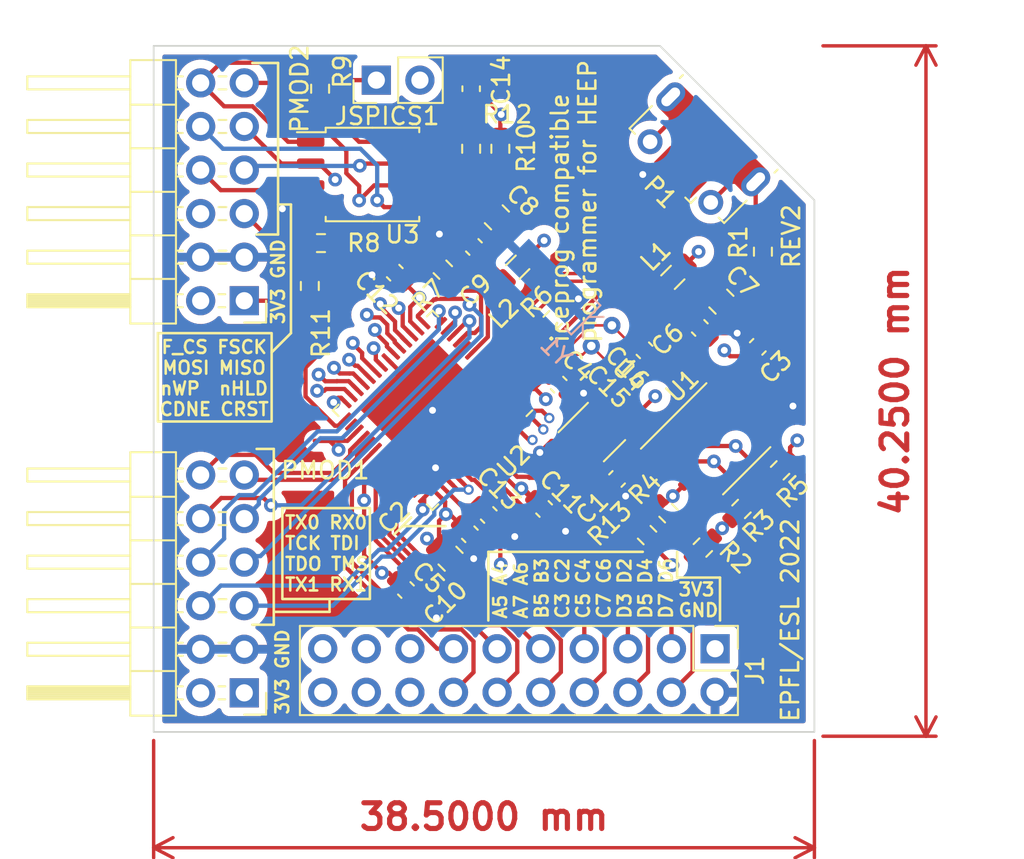
<source format=kicad_pcb>
(kicad_pcb (version 20211014) (generator pcbnew)
  (layers (0 "F.Cu" signal) (1 "In1.Cu" power) (2 "In2.Cu" signal) (31 "B.Cu" signal) (34 "B.Paste" user) (35 "F.Paste" user) (36 "B.SilkS" user "B.Silkscreen") (37 "F.SilkS" user "F.Silkscreen") (38 "B.Mask" user) (39 "F.Mask" user) (44 "Edge.Cuts" user))
  (net 0 "")
  (net 1 "/VCORE")
  (net 2 "GND")
  (net 3 "+3V3")
  (net 4 "Net-(C6-Pad1)")
  (net 5 "Net-(C8-Pad1)")
  (net 6 "/USB_5V")
  (net 7 "/A4")
  (net 8 "/A5")
  (net 9 "/A6")
  (net 10 "/A7")
  (net 11 "/B5")
  (net 12 "/C2")
  (net 13 "/C3")
  (net 14 "/C4")
  (net 15 "/C5")
  (net 16 "/C6")
  (net 17 "/C7")
  (net 18 "/D2")
  (net 19 "/D3")
  (net 20 "/D4")
  (net 21 "/D5")
  (net 22 "/D6")
  (net 23 "/D7")
  (net 24 "/FLASH_CS")
  (net 25 "/iCE_SS_B")
  (net 26 "Net-(P1-Pad6)")
  (net 28 "/TX0")
  (net 29 "/RX0")
  (net 30 "/TX1")
  (net 31 "/RX1")
  (net 32 "/TCK")
  (net 33 "/TDI")
  (net 34 "/TDO")
  (net 35 "/TMS")
  (net 36 "/FLASH_SCK")
  (net 37 "/FLASH_MOSI")
  (net 38 "/FLASH_MISO")
  (net 39 "/FLASH_nWP")
  (net 40 "/FLASH_nHLD_nRST")
  (net 41 "/iCE_CDONE")
  (net 42 "/iCE_CRESET")
  (net 43 "Net-(R2-Pad1)")
  (net 44 "/EECS")
  (net 45 "Net-(R6-Pad2)")
  (net 46 "Net-(R7-Pad1)")
  (net 47 "Net-(R8-Pad1)")
  (net 50 "/CK12MHZ")
  (net 51 "Net-(R13-Pad1)")
  (net 52 "/SPI_CS")
  (net 56 "/USB_D-")
  (net 57 "/USB_D+")
  (net 58 "/CK12MHZ_O")
  (net 59 "/EECLK")
  (net 60 "/EEDAT")
  (footprint "Resistor_SMD:R_0603_1608Metric" (layer "F.Cu") (at 94.5 77.5 -90)
    (fp_text reference "R12")
    (fp_text value "10k")
  )
  (footprint "Capacitor_SMD:C_0805_2012Metric" (layer "F.Cu") (at 96 81.5 135)
    (fp_text reference "C8")
    (fp_text value "4.7u")
  )
  (footprint "Capacitor_SMD:C_0805_2012Metric" (layer "F.Cu") (at 109.079729 86.412913 -45)
    (fp_text reference "C7")
    (fp_text value "4.7u")
  )
  (footprint "Resistor_SMD:R_0603_1608Metric" (layer "F.Cu") (at 111.5 83.5 -90)
    (fp_text reference "R1")
    (fp_text value "51k")
  )
  (footprint "Resistor_SMD:R_0603_1608Metric" (layer "F.Cu") (at 92.85 84.55 135)
    (fp_text reference "R7")
    (fp_text value "10k")
  )
  (footprint "Capacitor_SMD:C_0603_1608Metric" (layer "F.Cu") (at 94.5 74 90)
    (fp_text reference "C14")
    (fp_text value "100n")
  )
  (footprint "Package_DFN_QFN:QFN-56-1EP_8x8mm_P0.5mm_EP5.9x5.9mm" (layer "F.Cu") (at 92.25 92.75 -135)
    (fp_text reference "U2")
    (fp_text value "FT4232H-56Q")
  )
  (footprint "Capacitor_SMD:C_0603_1608Metric" (layer "F.Cu") (at 104.6 89.25 135)
    (fp_text reference "C16")
    (fp_text value "30p")
  )
  (footprint "Resistor_SMD:R_0603_1608Metric" (layer "F.Cu") (at 85.1 85.5 90)
    (fp_text reference "R11")
    (fp_text value "10k")
  )
  (footprint "Package_SO:SSOP-8_3.9x5.05mm_P1.27mm" (layer "F.Cu") (at 108.692498 94.409477 45)
    (fp_text reference "U1")
    (fp_text value "93C46B")
  )
  (footprint "Capacitor_SMD:C_0805_2012Metric" (layer "F.Cu") (at 93.3 101.4 -45)
    (fp_text reference "C5")
    (fp_text value "3.3u")
  )
  (footprint "Resistor_SMD:R_0603_1608Metric" (layer "F.Cu") (at 85.75 83 180)
    (fp_text reference "R8")
    (fp_text value "2k2")
  )
  (footprint "Connector_PinHeader_2.54mm:PinHeader_2x10_P2.54mm_Vertical" (layer "F.Cu") (at 108.712 106.648 -90)
    (fp_text reference "J1")
    (fp_text value "Conn_02x10_Odd_Even")
  )
  (footprint "Connector_PinHeader_2.54mm:PinHeader_1x02_P2.54mm_Vertical" (layer "F.Cu") (at 88.975 73.5 90)
    (fp_text reference "JSPICS1")
    (fp_text value "Conn_01x02")
  )
  (footprint "Capacitor_SMD:C_0603_1608Metric" (layer "F.Cu") (at 111.201992 89.048008 45)
    (fp_text reference "C3")
    (fp_text value "100n")
  )
  (footprint "Resistor_SMD:R_0603_1608Metric" (layer "F.Cu") (at 106 98.75 -45)
    (fp_text reference "R4")
    (fp_text value "2k2")
  )
  (footprint "Resistor_SMD:R_0603_1608Metric" (layer "F.Cu") (at 104.75 100.025 -45)
    (fp_text reference "R13")
    (fp_text value "10k")
  )
  (footprint "Capacitor_SMD:C_0603_1608Metric" (layer "F.Cu") (at 103.5 90.35 135)
    (fp_text reference "C15")
    (fp_text value "30p")
  )
  (footprint "Resistor_SMD:R_0603_1608Metric" (layer "F.Cu") (at 85.7 74 90)
    (fp_text reference "R9")
    (fp_text value "10k")
  )
  (footprint "Resistor_SMD:R_0603_1608Metric" (layer "F.Cu") (at 112.5 96.25 45)
    (fp_text reference "R5")
    (fp_text value "10k")
  )
  (footprint "Capacitor_SMD:C_0603_1608Metric" (layer "F.Cu") (at 98.75 98.5 -45)
    (fp_text reference "C11")
    (fp_text value "100n")
  )
  (footprint "Resistor_SMD:R_0603_1608Metric" (layer "F.Cu") (at 99.25 87.5 -135)
    (fp_text reference "R6")
    (fp_text value "12k 1%")
  )
  (footprint "Capacitor_SMD:C_0603_1608Metric" (layer "F.Cu") (at 94.425 99.975 -45)
    (fp_text reference "C2")
    (fp_text value "100n")
  )
  (footprint "Connector_PinHeader_2.54mm:PinHeader_2x06_P2.54mm_Horizontal" (layer "F.Cu") (at 81.28 109.22 180)
    (fp_text reference "PMOD1")
    (fp_text value "Conn_02x06_Odd_Even")
  )
  (footprint "Capacitor_SMD:C_0603_1608Metric" (layer "F.Cu") (at 90.7 103.225 -45)
    (fp_text reference "C10")
    (fp_text value "100n")
  )
  (footprint "Capacitor_SMD:C_0603_1608Metric" (layer "F.Cu") (at 95.525 98.85 -45)
    (fp_text reference "C13")
    (fp_text value "100n")
  )
  (footprint "Capacitor_SMD:C_0603_1608Metric" (layer "F.Cu") (at 90.05 84.725 135)
    (fp_text reference "C12")
    (fp_text value "100n")
  )
  (footprint "Resistor_SMD:R_0603_1608Metric" (layer "F.Cu") (at 96.2 77.5 -90)
    (fp_text reference "R10")
    (fp_text value "10k")
  )
  (footprint "Resistor_SMD:R_0603_1608Metric" (layer "F.Cu") (at 110.25 98.5 -135)
    (fp_text reference "R3")
    (fp_text value "10k")
  )
  (footprint "Capacitor_SMD:C_0603_1608Metric" (layer "F.Cu") (at 107.822589 87.943888 -45)
    (fp_text reference "C6")
    (fp_text value "100n")
  )
  (footprint "Package_SO:SOIC-8_5.23x5.23mm_P1.27mm" (layer "F.Cu") (at 88.75 79)
    (fp_text reference "U3")
    (fp_text value "W25Q")
  )
  (footprint "Capacitor_SMD:C_0603_1608Metric" (layer "F.Cu") (at 103 96.75 45)
    (fp_text reference "C1")
    (fp_text value "100n")
  )
  (footprint "Resistor_SMD:R_0603_1608Metric" (layer "F.Cu") (at 108 100.75 45)
    (fp_text reference "R2")
    (fp_text value "10k")
  )
  (footprint "Inductor_SMD:L_0805_2012Metric" (layer "F.Cu") (at 97.213909 84.403122 -135)
    (fp_text reference "L2")
    (fp_text value "600")
  )
  (footprint "Package_TO_SOT_SMD:TSOT-23-5_HandSoldering" (layer "F.Cu") (at 101.75 94 45)
    (fp_text reference "U4")
    (fp_text value "SIT2001BI-S2-33E-12.000000D")
  )
  (footprint "Connector_USB:USB_Micro-B_Molex-105017-0001" (layer "F.Cu") (at 107.728299 77.825685 135)
    (fp_text reference "P1")
    (fp_text value "USB Micro")
  )
  (footprint "Inductor_SMD:L_0805_2012Metric" (layer "F.Cu") (at 106.251301 84.998699 -135)
    (fp_text reference "L1")
    (fp_text value "600")
  )
  (footprint "Capacitor_SMD:C_0603_1608Metric" (layer "F.Cu") (at 94.661632 83.224746 135)
    (fp_text reference "C9")
    (fp_text value "100n")
  )
  (footprint "Connector_PinHeader_2.54mm:PinHeader_2x06_P2.54mm_Horizontal" (layer "F.Cu") (at 81.28 86.36 180)
    (fp_text reference "PMOD2")
    (fp_text value "Conn_02x06_Odd_Even")
  )
  (footprint "Capacitor_SMD:C_0603_1608Metric" (layer "F.Cu") (at 99.6 91.25 -45)
    (fp_text reference "C4")
    (fp_text value "100n")
  )
  (footprint "Crystal:Crystal_DS15_D1.5mm_L5.0mm_Horizontal_1EP_style1" (layer "B.Cu") (at 101.5 89 45)
    (fp_text reference "Y1")
    (fp_text value "Crystal_GND3")
  )
  (gr_line (start 86.25 104.5) (end 83 104.5) (layer "F.SilkS") (width 0.15))
  (gr_line (start 95.5 101) (end 95.5 105) (layer "F.SilkS") (width 0.15))
  (gr_line (start 104.5 101) (end 95.5 101) (layer "F.SilkS") (width 0.15))
  (gr_line (start 83.25 82.5) (end 83.25 72.5) (layer "F.SilkS") (width 0.15))
  (gr_rect (start 76.25 88.25) (end 82.875 93.4) (layer "F.SilkS") (width 0.15) (fill none))
  (gr_line (start 106.5 102.5) (end 106.5 101.5) (layer "F.SilkS") (width 0.15))
  (gr_line (start 84 80.75) (end 84 88.25) (layer "F.SilkS") (width 0.15))
  (gr_line (start 93 99.5) (end 90.5 99.5) (layer "F.SilkS") (width 0.15))
  (gr_line (start 83.25 80.75) (end 84 80.75) (layer "F.SilkS") (width 0.15))
  (gr_line (start 83.25 72.5) (end 81.75 72.5) (layer "F.SilkS") (width 0.15))
  (gr_line (start 106.5 101.5) (end 106.5 101) (layer "F.SilkS") (width 0.15))
  (gr_line (start 83 105.25) (end 81.75 105.25) (layer "F.SilkS") (width 0.15))
  (gr_line (start 82 82.5) (end 83.25 82.5) (layer "F.SilkS") (width 0.15))
  (gr_line (start 109 102.5) (end 106.5 102.5) (layer "F.SilkS") (width 0.15))
  (gr_line (start 82.875 89.375) (end 84 88.25) (layer "F.SilkS") (width 0.15))
  (gr_line (start 91 99) (end 90 100) (layer "F.SilkS") (width 0.15))
  (gr_line (start 83 95) (end 83 105.25) (layer "F.SilkS") (width 0.15))
  (gr_line (start 109 105) (end 109 102.5) (layer "F.SilkS") (width 0.15))
  (gr_line (start 86.25 103.75) (end 86.25 104.5) (layer "F.SilkS") (width 0.15))
  (gr_rect (start 83.5 98.45) (end 88.6 103.75) (layer "F.SilkS") (width 0.15) (fill none))
  (gr_line (start 82 95) (end 83 95) (layer "F.SilkS") (width 0.15))
  (gr_poly (pts (xy 114.5 80.5) (xy 114.5 111.5) (xy 76 111.5) (xy 76 71.5) (xy 105.5 71.5)) (layer "Edge.Cuts") (width 0.1) (fill none))
  (gr_text "iceprog compatible \nprogrammer for HEEP" (at 100.475 88.9 90) (layer "F.SilkS") (effects (font (size 1 1)) (justify left)))
  (gr_text "F_CS FSCK\nMOSI MISO\nnWP  nHLD\nCDNE CRST\n" (at 79.525 90.875) (layer "F.SilkS") (effects (font (size 0.75 0.75))))
  (gr_text "REV2" (at 113.15 82.6 90) (layer "F.SilkS") (effects (font (size 1 1))))
  (gr_text "EPFL/ESL 2022\n\n" (at 113.9 104.975 90) (layer "F.SilkS") (effects (font (size 1 1))))
  (gr_text "3V3\nGND " (at 106.5 103.8) (layer "F.SilkS") (effects (font (size 0.75 0.75)) (justify left)))
  (gr_text "3V3 GND" (at 83.5 108 90) (layer "F.SilkS") (effects (font (size 0.75 0.75))))
  (gr_text "TX0 RX0\nTCK TDI\nTDO TMS\nTX1 RX1\n" (at 83.575 101.1) (layer "F.SilkS") (effects (font (size 0.75 0.75)) (justify left)))
  (gr_text "3V3 GND" (at 83.25 85.25 90) (layer "F.SilkS") (effects (font (size 0.75 0.75))))
  (gr_text "A5 A4\nA7 A6\nB5 B3\nC3 C2\nC5 C4\nC7 C6\nD3 D2\nD5 D4\nD7 D6" (at 101.025 104.975 90) (layer "F.SilkS") (effects (font (size 0.75 0.75)) (justify left)))
  (dimension (type aligned) (layer "F.Cu") (pts (xy 114.5 111.5) (xy 76 111.5)) (height -6.75) (gr_text "38.5000 mm" (at 95.25 116.45) (layer "F.Cu") (effects (font (size 1.5 1.5) (thickness 0.3)))) (format (units 3) (units_format 1) (precision 4)) (style (thickness 0.2) (arrow_length 1.27) (text_position_mode 0) (extension_height 0.58642) (extension_offset 0.5) keep_text_aligned))
  (dimension (type aligned) (layer "F.Cu") (pts (xy 114.5 111.75) (xy 114.5 71.5)) (height 6.5) (gr_text "40.2500 mm" (at 119.2 91.625 90) (layer "F.Cu") (effects (font (size 1.5 1.5) (thickness 0.3)))) (format (units 3) (units_format 1) (precision 4)) (style (thickness 0.2) (arrow_length 1.27) (text_position_mode 0) (extension_height 0.58642) (extension_offset 0.5) keep_text_aligned))
  (segment (start 92.628249 100.728249) (end 92.628249 99.196751) (width 0.25) (layer "F.Cu") (net 1))
  (segment (start 87.874777 93.943243) (end 87.289771 94.528249) (width 0.25) (layer "F.Cu") (net 1))
  (segment (start 93.25 98.8) (end 93.876992 99.426992) (width 0.25) (layer "F.Cu") (net 1))
  (segment (start 99.051992 90.701992) (end 98.948008 90.701992) (width 0.25) (layer "F.Cu") (net 1))
  (segment (start 97.389088 91.5) (end 98.15 91.5) (width 0.25) (layer "F.Cu") (net 1))
  (segment (start 98.948008 90.701992) (end 98.15 91.5) (width 0.25) (layer "F.Cu") (net 1))
  (segment (start 86.253249 94.528249) (end 86.775 95.05) (width 0.25) (layer "F.Cu") (net 1))
  (segment (start 92.982995 98.079189) (end 92.982995 98.771363) (width 0.25) (layer "F.Cu") (net 1))
  (segment (start 92.428249 100.728249) (end 91.925 100.225) (width 0.25) (layer "F.Cu") (net 1))
  (segment (start 85.396751 94.528249) (end 86.253249 94.528249) (width 0.25) (layer "F.Cu") (net 1))
  (segment (start 93.025 98.8) (end 93.25 98.8) (width 0.25) (layer "F.Cu") (net 1))
  (segment (start 98.25 91.5) (end 98.85 92.1) (width 0.25) (layer "F.Cu") (net 1))
  (segment (start 92.736136 97.83233) (end 92.982995 98.079189) (width 0.25) (layer "F.Cu") (net 1))
  (segment (start 92.628249 99.196751) (end 93.025 98.8) (width 0.25) (layer "F.Cu") (net 1))
  (segment (start 98.15 91.5) (end 98.25 91.5) (width 0.25) (layer "F.Cu") (net 1))
  (segment (start 96.978777 91.910311) (end 97.389088 91.5) (width 0.25) (layer "F.Cu") (net 1))
  (segment (start 87.289771 94.528249) (end 85.396751 94.528249) (width 0.25) (layer "F.Cu") (net 1))
  (segment (start 92.628249 100.728249) (end 92.428249 100.728249) (width 0.25) (layer "F.Cu") (net 1))
  (via (at 86.775 95.05) (size 0.8) (drill 0.4) (layers "F.Cu" "B.Cu") (net 1))
  (via (at 91.925 100.225) (size 0.8) (drill 0.4) (layers "F.Cu" "B.Cu") (net 1))
  (via (at 98.85 92.1) (size 0.8) (drill 0.4) (layers "F.Cu" "B.Cu") (net 1))
  (via (at 93.025 98.8) (size 0.8) (drill 0.4) (layers "F.Cu" "B.Cu") (net 1))
  (segment (start 91.248008 103.773008) (end 91.398008 103.773008) (width 0.25) (layer "F.Cu") (net 2))
  (segment (start 83.595 80.905) (end 83.5 81) (width 0.25) (layer "F.Cu") (net 2))
  (segment (start 110 88.25) (end 108.612493 88.25) (width 0.25) (layer "F.Cu") (net 2))
  (segment (start 94.113624 82.676738) (end 92.851738 82.676738) (width 0.25) (layer "F.Cu") (net 2))
  (segment (start 100.75 86.25) (end 100.5 86.25) (width 0.4) (layer "F.Cu") (net 2))
  (segment (start 111.75 88.5) (end 110.25 88.5) (width 0.25) (layer "F.Cu") (net 2))
  (segment (start 103.048008 97.298008) (end 103.5 97.75) (width 0.25) (layer "F.Cu") (net 2))
  (segment (start 104.75 79) (end 104.5 79) (width 0.25) (layer "F.Cu") (net 2))
  (segment (start 108.370597 88.491896) (end 108.370597 88.465547) (width 0.25) (layer "F.Cu") (net 2))
  (segment (start 85.15 80.905) (end 83.595 80.905) (width 0.25) (layer "F.Cu") (net 2))
  (segment (start 89.398008 84.176992) (end 88.725 84.85) (width 0.25) (layer "F.Cu") (net 2))
  (segment (start 95.328249 80.828249) (end 95.328249 81.462113) (width 0.25) (layer "F.Cu") (net 2))
  (segment (start 105.774917 77.94059) (end 105.774917 77.975083) (width 0.25) (layer "F.Cu") (net 2))
  (segment (start 109.75148 87.084664) (end 110 87.333184) (width 0.25) (layer "F.Cu") (net 2))
  (segment (start 108.612493 88.25) (end 108.370597 88.491896) (width 0.25) (layer "F.Cu") (net 2))
  (segment (start 110.334664 87.084664) (end 109.75148 87.084664) (width 0.25) (layer "F.Cu") (net 2))
  (segment (start 99.298008 99.098008) (end 100 99.8) (width 0.25) (layer "F.Cu") (net 2))
  (segment (start 94.973008 100.523008) (end 95.046016 100.45) (width 0.25) (layer "F.Cu") (net 2))
  (segment (start 93.443243 97.118243) (end 92.425 96.1) (width 0.25) (layer "F.Cu") (net 2))
  (segment (start 90.226777 90.373223) (end 90.226777 90.726777) (width 0.25) (layer "F.Cu") (net 2))
  (segment (start 111.5 85.336144) (end 109.75148 87.084664) (width 0.25) (layer "F.Cu") (net 2))
  (segment (start 111.931047 93.865005) (end 111.931047 93.818953) (width 0.25) (layer "F.Cu") (net 2))
  (segment (start 105.774917 77.975083) (end 104.75 79) (width 0.25) (layer "F.Cu") (net 2))
  (segment (start 90.226777 90.726777) (end 92.25 92.75) (width 0.25) (layer "F.Cu") (net 2))
  (segment (start 89.501992 84.176992) (end 89.398008 84.176992) (width 0.25) (layer "F.Cu") (net 2))
  (segment (start 108.370597 88.465547) (end 109.75148 87.084664) (width 0.25) (layer "F.Cu") (net 2))
  (segment (start 92.851738 82.676738) (end 92.65 82.475) (width 0.25) (layer "F.Cu") (net 2))
  (segment (start 96.073008 99.398008) (end 96.784441 100.109441) (width 0.25) (layer "F.Cu") (net 2))
  (segment (start 94.973008 100.523008) (end 94.973008 101.070494) (width 0.25) (layer "F.Cu") (net 2))
  (segment (start 92.25 90.982233) (end 92.25 92.75) (width 0.25) (layer "F.Cu") (net 2))
  (segment (start 101.001992 91.798008) (end 101.05 91.75) (width 0.4) (layer "F.Cu") (net 2))
  (segment (start 100.5 86.25) (end 99.833363 86.916637) (width 0.4) (layer "F.Cu") (net 2))
  (segment (start 99.869096 94.537401) (end 99.174224 94.537401) (width 0.25) (layer "F.Cu") (net 2))
  (segment (start 100.148008 91.798008) (end 100.207964 91.798008) (width 0.4) (layer "F.Cu") (net 2))
  (segment (start 111.75 88.5) (end 110.334664 87.084664) (width 0.25) (layer "F.Cu") (net 2))
  (segment (start 91.398008 103.773008) (end 92.475 104.85) (width 0.25) (layer "F.Cu") (net 2))
  (segment (start 91.410311 97.478777) (end 92.25 96.639088) (width 0.25) (layer "F.Cu") (net 2))
  (segment (start 100.148008 91.798008) (end 101.001992 91.798008) (width 0.4) (layer "F.Cu") (net 2))
  (segment (start 111.5 84.325) (end 111.5 85.336144) (width 0.25) (layer "F.Cu") (net 2))
  (segment (start 93.443243 97.125223) (end 93.443243 97.118243) (width 0.25) (layer "F.Cu") (net 2))
  (segment (start 110 87.333184) (end 110 88.25) (width 0.25) (layer "F.Cu") (net 2))
  (segment (start 111.931047 93.818953) (end 113.25 92.5) (width 0.25) (layer "F.Cu") (net 2))
  (segment (start 89.642544 89.78899) (end 90.226777 90.373223) (width 0.25) (layer "F.Cu") (net 2))
  (segment (start 93.443243 97.125223) (end 92.25 95.93198) (width 0.25) (layer "F.Cu") (net 2))
  (segment (start 102.451992 97.298008) (end 103.048008 97.298008) (width 0.25) (layer "F.Cu") (net 2))
  (segment (start 96.784441 100.109441) (end 97.040559 100.109441) (width 0.25) (layer "F.Cu") (net 2))
  (segment (start 99.298008 99.048008) (end 99.298008 99.098008) (width 0.25) (layer "F.Cu") (net 2))
  (segment (start 94.973008 101.070494) (end 94.646751 101.396751) (width 0.25) (layer "F.Cu") (net 2))
  (segment (start 92.25 95.93198) (end 92.25 92.75) (width 0.25) (layer "F.Cu") (net 2))
  (segment (start 95.328249 81.462113) (end 94.113624 82.676738) (width 0.25) (layer "F.Cu") (net 2))
  (segment (start 93.971751 102.071751) (end 94.646751 101.396751) (width 0.25) (layer "F.Cu") (net 2))
  (segment (start 94.150349 89.081884) (end 92.25 90.982233) (width 0.25) (layer "F.Cu") (net 2))
  (segment (start 110.25 88.5) (end 110 88.25) (width 0.25) (layer "F.Cu") (net 2))
  (segment (start 99.174224 94.537401) (end 98.502752 95.208873) (width 0.25) (layer "F.Cu") (net 2))
  (segment (start 92.25 96.639088) (end 92.25 92.75) (width 0.25) (layer "F.Cu") (net 2))
  (via (at 92.425 96.1) (size 0.8) (drill 0.4) (layers "F.Cu" "B.Cu") (net 2))
  (via (at 113.25 92.5) (size 0.8) (drill 0.4) (layers "F.Cu" "B.Cu") (net 2))
  (via (at 92.25 92.75) (size 0.8) (drill 0.4) (layers "F.Cu" "B.Cu") (net 2))
  (via (at 92.65 82.475) (size 0.8) (drill 0.4) (layers "F.Cu" "B.Cu") (net 2))
  (via (at 97.040559 100.109441) (size 0.8) (drill 0.4) (layers "F.Cu" "B.Cu") (net 2))
  (via (at 98.502752 95.208873) (size 0.8) (drill 0.4) (layers "F.Cu" "B.Cu") (net 2))
  (via (at 92.475 104.85) (size 0.8) (drill 0.4) (layers "F.Cu" "B.Cu") (net 2))
  (via (at 88.725 84.85) (size 0.8) (drill 0.4) (layers "F.Cu" "B.Cu") (net 2))
  (via (at 94.646751 101.396751) (size 0.8) (drill 0.4) (layers "F.Cu" "B.Cu") (net 2))
  (via (at 103.5 97.75) (size 0.8) (drill 0.4) (layers "F.Cu" "B.Cu") (net 2))
  (via (at 110 88.25) (size 0.8) (drill 0.4) (layers "F.Cu" "B.Cu") (net 2))
  (via (at 104.5 79) (size 0.8) (drill 0.4) (layers "F.Cu" "B.Cu") (net 2))
  (via (at 83.5 81) (size 0.8) (drill 0.4) (layers "F.Cu" "B.Cu") (net 2))
  (via (at 101.05 91.75) (size 0.8) (drill 0.4) (layers "F.Cu" "B.Cu") (net 2))
  (via (at 100.75 86.25) (size 0.8) (drill 0.4) (layers "F.Cu" "B.Cu") (net 2))
  (via (at 100 99.8) (size 0.8) (drill 0.4) (layers "F.Cu" "B.Cu") (net 2))
  (segment (start 109.23697 91.01303) (end 110.653984 89.596016) (width 0.25) (layer "F.Cu") (net 3))
  (segment (start 96.2 101.7) (end 96.225 101.725) (width 0.25) (layer "F.Cu") (net 3))
  (segment (start 85.1 86.325) (end 85.065 86.36) (width 0.25) (layer "F.Cu") (net 3))
  (segment (start 105.333363 100.608363) (end 105.333363 100.883363) (width 0.25) (layer "F.Cu") (net 3))
  (segment (start 110.653984 89.596016) (end 109.596016 89.596016) (width 0.25) (layer "F.Cu") (net 3))
  (segment (start 87.97 77.095) (end 85.7 74.825) (width 0.25) (layer "F.Cu") (net 3))
  (segment (start 91.904379 83.966637) (end 90.598008 85.273008) (width 0.25) (layer "F.Cu") (net 3))
  (segment (start 93.089689 97.478777) (end 93.912904 98.301992) (width 0.25) (layer "F.Cu") (net 3))
  (segment (start 98.076992 97.951992) (end 97.425 97.3) (width 0.25) (layer "F.Cu") (net 3))
  (segment (start 89.642544 95.71101) (end 88.263129 97.090425) (width 0.25) (layer "F.Cu") (net 3))
  (segment (start 89.3 102.225) (end 88.263129 101.188129) (width 0.25) (layer "F.Cu") (net 3))
  (segment (start 103.687401 93.462599) (end 105.225 91.925) (width 0.25) (layer "F.Cu") (net 3))
  (segment (start 107.002602 84.247398) (end 107.75 83.5) (width 0.25) (layer "F.Cu") (net 3))
  (segment (start 94.5 76.675) (end 96.2 76.675) (width 0.25) (layer "F.Cu") (net 3))
  (segment (start 94.976992 99.451992) (end 96.2 100.675) (width 0.25) (layer "F.Cu") (net 3))
  (segment (start 108.583363 100.166637) (end 109.125 99.625) (width 0.25) (layer "F.Cu") (net 3))
  (segment (start 109.666637 99.083363) (end 109.125 99.625) (width 0.25) (layer "F.Cu") (net 3))
  (segment (start 93.912904 98.301992) (end 94.976992 98.301992) (width 0.25) (layer "F.Cu") (net 3))
  (segment (start 103.630904 93.462599) (end 103.687401 93.462599) (width 0.25) (layer "F.Cu") (net 3))
  (segment (start 94.5 74.775) (end 95.525 74.775) (width 0.25) (layer "F.Cu") (net 3))
  (segment (start 92.266637 83.966637) (end 91.904379 83.966637) (width 0.25) (layer "F.Cu") (net 3))
  (segment (start 91.410311 88.021223) (end 90.95049 87.561402) (width 0.25) (layer "F.Cu") (net 3))
  (segment (start 90.95049 87.561402) (end 90.95049 86.722059) (width 0.25) (layer "F.Cu") (net 3))
  (segment (start 96.2 76.675) (end 96.2 75.55) (width 0.25) (layer "F.Cu") (net 3))
  (segment (start 92.35 77.095) (end 87.97 77.095) (width 0.25) (layer "F.Cu") (net 3))
  (segment (start 109.23697 91.170928) (end 109.23697 91.01303) (width 0.25) (layer "F.Cu") (net 3))
  (segment (start 92.77 76.675) (end 92.35 77.095) (width 0.25) (layer "F.Cu") (net 3))
  (segment (start 85.065 86.36) (end 81.28 86.36) (width 0.25) (layer "F.Cu") (net 3))
  (segment (start 113.083363 94.916637) (end 113.5 94.5) (width 0.25) (layer "F.Cu") (net 3))
  (segment (start 90.598008 85.297127) (end 91.486715 86.185834) (width 0.25) (layer "F.Cu") (net 3))
  (segment (start 94.5 76.675) (end 94.5 74.775) (width 0.25) (layer "F.Cu") (net 3))
  (segment (start 94.5 76.675) (end 92.77 76.675) (width 0.25) (layer "F.Cu") (net 3))
  (segment (start 103.548008 96.201992) (end 103.630904 96.119096) (width 0.25) (layer "F.Cu") (net 3))
  (segment (start 98.201992 97.951992) (end 98.076992 97.951992) (width 0.25) (layer "F.Cu") (net 3))
  (segment (start 89.7 102.225) (end 89.3 102.225) (width 0.25) (layer "F.Cu") (net 3))
  (segment (start 90.95049 86.722059) (end 91.486715 86.185834) (width 0.25) (layer "F.Cu") (net 3))
  (segment (start 97.96521 83.63479) (end 98.75 82.85) (width 0.25) (layer "F.Cu") (net 3))
  (segment (start 97.75 97.5) (end 98.201992 97.951992) (width 0.25) (layer "F.Cu") (net 3))
  (segment (start 95.525 74.775) (end 96.25 75.5) (width 0.25) (layer "F.Cu") (net 3))
  (segment (start 97.353554 97.5) (end 97.75 97.5) (width 0.25) (layer "F.Cu") (net 3))
  (segment (start 94.976992 98.301992) (end 94.976992 99.451992) (width 0.25) (layer "F.Cu") (net 3))
  (segment (start 95.21101 95.357456) (end 97.353554 97.5) (width 0.25) (layer "F.Cu") (net 3))
  (segment (start 90.151992 102.676992) (end 89.7 102.225) (width 0.25) (layer "F.Cu") (net 3))
  (segment (start 96.2 75.55) (end 96.25 75.5) (width 0.25) (layer "F.Cu") (net 3))
  (segment (start 105.333363 100.883363) (end 106.225 101.775) (width 0.25) (layer "F.Cu") (net 3))
  (segment (start 109.596016 89.596016) (end 109.25 89.25) (width 0.25) (layer "F.Cu") (net 3))
  (segment (start 90.598008 85.273008) (end 90.598008 85.297127) (width 0.25) (layer "F.Cu") (net 3))
  (segment (start 97.96521 83.651821) (end 97.96521 83.63479) (width 0.25) (layer "F.Cu") (net 3))
  (segment (start 88.263129 101.188129) (end 88.263129 98) (width 0.25) (layer "F.Cu") (net 3))
  (segment (start 113.083363 95.666637) (end 113.083363 94.916637) (width 0.25) (layer "F.Cu") (net 3))
  (segment (start 96.2 100.675) (end 96.2 101.7) (width 0.25) (layer "F.Cu") (net 3))
  (segment (start 88.263129 97.090425) (end 88.263129 98) (width 0.25) (layer "F.Cu") (net 3))
  (segment (start 103.630904 96.119096) (end 103.630904 93.462599) (width 0.25) (layer "F.Cu") (net 3))
  (via (at 96.25 75.5) (size 0.8) (drill 0.4) (layers "F.Cu" "B.Cu") (net 3))
  (via (at 113.5 94.5) (size 0.8) (drill 0.4) (layers "F.Cu" "B.Cu") (net 3))
  (via (at 88.263129 98) (size 0.8) (drill 0.4) (layers "F.Cu" "B.Cu") (net 3))
  (via (at 97.425 97.3) (size 0.8) (drill 0.4) (layers "F.Cu" "B.Cu") (net 3))
  (via (at 109.25 89.25) (size 0.8) (drill 0.4) (layers "F.Cu" "B.Cu") (net 3))
  (via (at 89.3 102.225) (size 0.8) (drill 0.4) (layers "F.Cu" "B.Cu") (net 3))
  (via (at 91.486715 86.185834) (size 0.8) (drill 0.4) (layers "F.Cu" "B.Cu") (net 3))
  (via (at 107.75 83.5) (size 0.8) (drill 0.4) (layers "F.Cu" "B.Cu") (net 3))
  (via (at 106.225 101.775) (size 0.8) (drill 0.4) (layers "F.Cu" "B.Cu") (net 3))
  (via (at 109.125 99.625) (size 0.8) (drill 0.4) (layers "F.Cu" "B.Cu") (net 3))
  (via (at 98.75 82.85) (size 0.8) (drill 0.4) (layers "F.Cu" "B.Cu") (net 3))
  (via (at 105.225 91.925) (size 0.8) (drill 0.4) (layers "F.Cu" "B.Cu") (net 3))
  (via (at 96.225 101.725) (size 0.8) (drill 0.4) (layers "F.Cu" "B.Cu") (net 3))
  (segment (start 99.354366 88.50135) (end 98.961958 88.893758) (width 0.25) (layer "F.Cu") (net 4))
  (segment (start 107.274581 87.39588) (end 107.14588 87.39588) (width 0.25) (layer "F.Cu") (net 4))
  (segment (start 98.961958 88.893758) (end 97.874009 88.893758) (width 0.25) (layer "F.Cu") (net 4))
  (segment (start 97.874009 88.893758) (end 95.918116 90.849651) (width 0.25) (layer "F.Cu") (net 4))
  (segment (start 108.407978 85.741162) (end 108.407978 86.262483) (width 0.25) (layer "F.Cu") (net 4))
  (segment (start 107.14588 87.39588) (end 104.5 84.75) (width 0.25) (layer "F.Cu") (net 4))
  (segment (start 103.203904 84.75) (end 99.452554 88.50135) (width 0.25) (layer "F.Cu") (net 4))
  (segment (start 104.5 84.75) (end 103.203904 84.75) (width 0.25) (layer "F.Cu") (net 4))
  (segment (start 99.452554 88.50135) (end 99.354366 88.50135) (width 0.25) (layer "F.Cu") (net 4))
  (segment (start 108.407978 86.262483) (end 107.274581 87.39588) (width 0.25) (layer "F.Cu") (net 4))
  (segment (start 95.475 86.142031) (end 96.462608 85.154423) (width 0.25) (layer "F.Cu") (net 5))
  (segment (start 96.462608 85.025722) (end 95.20964 83.772754) (width 0.25) (layer "F.Cu") (net 5))
  (segment (start 95.20964 83.772754) (end 96.671751 82.310643) (width 0.25) (layer "F.Cu") (net 5))
  (segment (start 95.475 88.46434) (end 95.475 86.142031) (width 0.25) (layer "F.Cu") (net 5))
  (segment (start 96.671751 82.310643) (end 96.671751 82.171751) (width 0.25) (layer "F.Cu") (net 5))
  (segment (start 96.462608 85.154423) (end 96.462608 85.025722) (width 0.25) (layer "F.Cu") (net 5))
  (segment (start 94.503903 89.435437) (end 95.475 88.46434) (width 0.25) (layer "F.Cu") (net 5))
  (segment (start 90.511366 87.829386) (end 90.511366 87.022694) (width 0.25) (layer "F.Cu") (net 7))
  (segment (start 91.056757 88.374777) (end 90.511366 87.829386) (width 0.25) (layer "F.Cu") (net 7))
  (segment (start 90.511366 87.022694) (end 90.27599 86.787318) (width 0.25) (layer "F.Cu") (net 7))
  (via (at 90.27599 86.787318) (size 0.8) (drill 0.4) (layers "F.Cu" "B.Cu") (net 7))
  (segment (start 90.493198 88.518324) (end 90.493197 88.503997) (width 0.25) (layer "F.Cu") (net 8))
  (segment (start 90.493197 88.503997) (end 90.064845 88.075645) (width 0.25) (layer "F.Cu") (net 8))
  (segment (start 89.386292 86.895434) (end 89.386292 86.740559) (width 0.25) (layer "F.Cu") (net 8))
  (segment (start 89.386292 86.740559) (end 89.194718 86.548985) (width 0.25) (layer "F.Cu") (net 8))
  (segment (start 90.703204 88.72833) (end 90.493198 88.518324) (width 0.25) (layer "F.Cu") (net 8))
  (segment (start 90.064845 88.075645) (end 90.064844 87.573986) (width 0.25) (layer "F.Cu") (net 8))
  (segment (start 90.064844 87.573986) (end 89.386292 86.895434) (width 0.25) (layer "F.Cu") (net 8))
  (via (at 89.194718 86.548985) (size 0.8) (drill 0.4) (layers "F.Cu" "B.Cu") (net 8))
  (segment (start 90.043687 88.77592) (end 90.043687 88.690191) (width 0.25) (layer "F.Cu") (net 9))
  (segment (start 88.418932 87.216444) (end 88.418932 87.179192) (width 0.25) (layer "F.Cu") (net 9))
  (segment (start 90.349651 89.081884) (end 90.043687 88.77592) (width 0.25) (layer "F.Cu") (net 9))
  (segment (start 89.13654 87.333854) (end 88.536342 87.333854) (width 0.25) (layer "F.Cu") (net 9))
  (segment (start 89.615334 88.261838) (end 89.615334 87.76018) (width 0.25) (layer "F.Cu") (net 9))
  (segment (start 89.615334 87.76018) (end 89.190932 87.335778) (width 0.25) (layer "F.Cu") (net 9))
  (segment (start 90.043687 88.690191) (end 89.615334 88.261838) (width 0.25) (layer "F.Cu") (net 9))
  (segment (start 89.138464 87.335778) (end 89.13654 87.333854) (width 0.25) (layer "F.Cu") (net 9))
  (segment (start 88.536342 87.333854) (end 88.418932 87.216444) (width 0.25) (layer "F.Cu") (net 9))
  (segment (start 89.190932 87.335778) (end 89.138464 87.335778) (width 0.25) (layer "F.Cu") (net 9))
  (via (at 88.418932 87.179192) (size 0.8) (drill 0.4) (layers "F.Cu" "B.Cu") (net 9))
  (segment (start 89.594167 88.890715) (end 88.890833 88.187381) (width 0.25) (layer "F.Cu") (net 10))
  (segment (start 89.594167 89.033507) (end 89.594167 88.890715) (width 0.25) (layer "F.Cu") (net 10))
  (segment (start 89.996097 89.435437) (end 89.594167 89.033507) (width 0.25) (layer "F.Cu") (net 10))
  (segment (start 88.890833 88.187381) (end 88.890833 88.060279) (width 0.25) (layer "F.Cu") (net 10))
  (via (at 88.890833 88.060279) (size 0.8) (drill 0.4) (layers "F.Cu" "B.Cu") (net 10))
  (segment (start 87.11547 91.504558) (end 86.04464 91.504558) (width 0.25) (layer "F.Cu") (net 11))
  (segment (start 86.04464 91.504558) (end 85.939842 91.609356) (width 0.25) (layer "F.Cu") (net 11))
  (segment (start 87.521223 91.910311) (end 87.11547 91.504558) (width 0.25) (layer "F.Cu") (net 11))
  (segment (start 85.939842 91.609356) (end 85.5245 91.609356) (width 0.25) (layer "F.Cu") (net 11))
  (via (at 85.5245 91.609356) (size 0.8) (drill 0.4) (layers "F.Cu" "B.Cu") (net 11))
  (segment (start 87.151325 101.841318) (end 87.151325 96.798675) (width 0.25) (layer "F.Cu") (net 12))
  (segment (start 88.935437 95.014563) (end 88.935437 95.003903) (width 0.25) (layer "F.Cu") (net 12))
  (segment (start 87.151325 96.798675) (end 88.935437 95.014563) (width 0.25) (layer "F.Cu") (net 12))
  (segment (start 91.397789 105.523489) (end 90.833496 105.523489) (width 0.25) (layer "F.Cu") (net 12))
  (segment (start 92.5223 106.648) (end 91.397789 105.523489) (width 0.25) (layer "F.Cu") (net 12))
  (segment (start 93.472 106.648) (end 92.5223 106.648) (width 0.25) (layer "F.Cu") (net 12))
  (segment (start 90.833496 105.523489) (end 87.151325 101.841318) (width 0.25) (layer "F.Cu") (net 12))
  (segment (start 89.241412 95.357456) (end 89.28899 95.357456) (width 0.25) (layer "F.Cu") (net 13))
  (segment (start 91.073978 105.123978) (end 87.550836 101.600836) (width 0.25) (layer "F.Cu") (net 13))
  (segment (start 87.550836 97.048032) (end 89.241412 95.357456) (width 0.25) (layer "F.Cu") (net 13))
  (segment (start 94.637534 106.223234) (end 93.937789 105.523489) (width 0.25) (layer "F.Cu") (net 13))
  (segment (start 93.472 109.188) (end 94.637534 108.022466) (width 0.25) (layer "F.Cu") (net 13))
  (segment (start 92.754389 105.524501) (end 91.963794 105.524501) (width 0.25) (layer "F.Cu") (net 13))
  (segment (start 91.563271 105.123978) (end 91.073978 105.123978) (width 0.25) (layer "F.Cu") (net 13))
  (segment (start 87.550836 101.600836) (end 87.550836 97.048032) (width 0.25) (layer "F.Cu") (net 13))
  (segment (start 94.637534 108.022466) (end 94.637534 106.223234) (width 0.25) (layer "F.Cu") (net 13))
  (segment (start 91.963794 105.524501) (end 91.563271 105.123978) (width 0.25) (layer "F.Cu") (net 13))
  (segment (start 92.755401 105.523489) (end 92.754389 105.524501) (width 0.25) (layer "F.Cu") (net 13))
  (segment (start 93.937789 105.523489) (end 92.755401 105.523489) (width 0.25) (layer "F.Cu") (net 13))
  (segment (start 93.728998 105.123978) (end 88.93923 100.33421) (width 0.25) (layer "F.Cu") (net 14))
  (segment (start 94.652832 105.673539) (end 94.103271 105.123978) (width 0.25) (layer "F.Cu") (net 14))
  (segment (start 94.103271 105.123978) (end 93.728998 105.123978) (width 0.25) (layer "F.Cu") (net 14))
  (segment (start 96.012 106.648) (end 95.03754 105.67354) (width 0.25) (layer "F.Cu") (net 14))
  (segment (start 88.93923 100.33421) (end 88.93923 97.12143) (width 0.25) (layer "F.Cu") (net 14))
  (segment (start 88.93923 97.12143) (end 89.996097 96.064563) (width 0.25) (layer "F.Cu") (net 14))
  (segment (start 95.03754 105.67354) (end 94.652832 105.673539) (width 0.25) (layer "F.Cu") (net 14))
  (segment (start 97.186511 108.013489) (end 97.186511 106.216497) (width 0.25) (layer "F.Cu") (net 15))
  (segment (start 89.338741 98.077903) (end 89.338752 98.077892) (width 0.25) (layer "F.Cu") (net 15))
  (segment (start 96.244044 105.27403) (end 94.818316 105.274029) (width 0.25) (layer "F.Cu") (net 15))
  (segment (start 89.338752 97.429015) (end 90.349651 96.418116) (width 0.25) (layer "F.Cu") (net 15))
  (segment (start 97.186511 106.216497) (end 96.244044 105.27403) (width 0.25) (layer "F.Cu") (net 15))
  (segment (start 96.012 109.188) (end 97.186511 108.013489) (width 0.25) (layer "F.Cu") (net 15))
  (segment (start 93.89448 104.724467) (end 89.338741 100.168727) (width 0.25) (layer "F.Cu") (net 15))
  (segment (start 89.338741 100.168727) (end 89.338741 98.077903) (width 0.25) (layer "F.Cu") (net 15))
  (segment (start 94.818316 105.274029) (end 94.268753 104.724467) (width 0.25) (layer "F.Cu") (net 15))
  (segment (start 94.268753 104.724467) (end 93.89448 104.724467) (width 0.25) (layer "F.Cu") (net 15))
  (segment (start 89.338752 98.077892) (end 89.338752 97.429015) (width 0.25) (layer "F.Cu") (net 15))
  (segment (start 89.738264 97.73661) (end 90.703204 96.77167) (width 0.25) (layer "F.Cu") (net 16))
  (segment (start 89.738263 98.263137) (end 89.738264 97.73661) (width 0.25) (layer "F.Cu") (net 16))
  (segment (start 98.552 106.648) (end 96.778511 104.874511) (width 0.25) (layer "F.Cu") (net 16))
  (segment (start 94.983791 104.87451) (end 94.434235 104.324956) (width 0.25) (layer "F.Cu") (net 16))
  (segment (start 89.738252 100.003245) (end 89.738252 98.263148) (width 0.25) (layer "F.Cu") (net 16))
  (segment (start 94.434235 104.324956) (end 94.059963 104.324956) (width 0.25) (layer "F.Cu") (net 16))
  (segment (start 96.778511 104.874511) (end 94.983791 104.87451) (width 0.25) (layer "F.Cu") (net 16))
  (segment (start 89.738252 98.263148) (end 89.738263 98.263137) (width 0.25) (layer "F.Cu") (net 16))
  (segment (start 94.059963 104.324956) (end 89.738252 100.003245) (width 0.25) (layer "F.Cu") (net 16))
  (segment (start 99.726511 106.150913) (end 98.050598 104.475) (width 0.25) (layer "F.Cu") (net 17))
  (segment (start 98.552 109.188) (end 99.726511 108.013489) (width 0.25) (layer "F.Cu") (net 17))
  (segment (start 90.137774 98.044206) (end 91.056757 97.125223) (width 0.25) (layer "F.Cu") (net 17))
  (segment (start 90.137763 99.837763) (end 90.137763 98.42863) (width 0.25) (layer "F.Cu") (net 17))
  (segment (start 94.225445 103.925445) (end 90.137763 99.837763) (width 0.25) (layer "F.Cu") (net 17))
  (segment (start 99.726511 108.013489) (end 99.726511 106.150913) (width 0.25) (layer "F.Cu") (net 17))
  (segment (start 95.149274 104.475) (end 94.599717 103.925445) (width 0.25) (layer "F.Cu") (net 17))
  (segment (start 90.137763 98.42863) (end 90.137774 98.428619) (width 0.25) (layer "F.Cu") (net 17))
  (segment (start 98.050598 104.475) (end 95.149274 104.475) (width 0.25) (layer "F.Cu") (net 17))
  (segment (start 94.599717 103.925445) (end 94.225445 103.925445) (width 0.25) (layer "F.Cu") (net 17))
  (segment (start 90.137774 98.428619) (end 90.137774 98.044206) (width 0.25) (layer "F.Cu") (net 17))
  (segment (start 94.150349 96.418116) (end 94.532732 96.800499) (width 0.25) (layer "F.Cu") (net 18))
  (segment (start 94.685505 96.800499) (end 101.092 103.206994) (width 0.25) (layer "F.Cu") (net 18))
  (segment (start 94.532732 96.800499) (end 94.685505 96.800499) (width 0.25) (layer "F.Cu") (net 18))
  (segment (start 101.092 103.206994) (end 101.092 106.648) (width 0.25) (layer "F.Cu") (net 18))
  (segment (start 102.266511 103.816511) (end 102.266511 108.013489) (width 0.25) (layer "F.Cu") (net 19))
  (segment (start 94.514563 96.064563) (end 102.266511 103.816511) (width 0.25) (layer "F.Cu") (net 19))
  (segment (start 102.266511 108.013489) (end 101.092 109.188) (width 0.25) (layer "F.Cu") (net 19))
  (segment (start 94.503903 96.064563) (end 94.514563 96.064563) (width 0.25) (layer "F.Cu") (net 19))
  (segment (start 94.857456 95.71101) (end 103.632 104.485554) (width 0.25) (layer "F.Cu") (net 20))
  (segment (start 103.632 104.485554) (end 103.632 106.648) (width 0.25) (layer "F.Cu") (net 20))
  (segment (start 97.892397 96.682395) (end 97.835501 96.625499) (width 0.25) (layer "F.Cu") (net 21))
  (segment (start 104.806511 108.013489) (end 104.806511 103.056511) (width 0.25) (layer "F.Cu") (net 21))
  (segment (start 97.835501 96.625499) (end 97.186159 96.625499) (width 0.25) (layer "F.Cu") (net 21))
  (segment (start 104.806511 103.056511) (end 98.432395 96.682395) (width 0.25) (layer "F.Cu") (net 21))
  (segment (start 103.632 109.188) (end 104.806511 108.013489) (width 0.25) (layer "F.Cu") (net 21))
  (segment (start 98.432395 96.682395) (end 97.892397 96.682395) (width 0.25) (layer "F.Cu") (net 21))
  (segment (start 97.186159 96.625499) (end 95.564563 95.003903) (width 0.25) (layer "F.Cu") (net 21))
  (segment (start 98.616657 96.282884) (end 98.057879 96.282884) (width 0.25) (layer "F.Cu") (net 22))
  (segment (start 98.057879 96.282884) (end 98.000984 96.225988) (width 0.25) (layer "F.Cu") (net 22))
  (segment (start 106.172 106.648) (end 106.172 103.838227) (width 0.25) (layer "F.Cu") (net 22))
  (segment (start 97.493755 96.225988) (end 95.918116 94.650349) (width 0.25) (layer "F.Cu") (net 22))
  (segment (start 98.000984 96.225988) (end 97.493755 96.225988) (width 0.25) (layer "F.Cu") (net 22))
  (segment (start 106.172 103.838227) (end 98.616657 96.282884) (width 0.25) (layer "F.Cu") (net 22))
  (segment (start 98.782141 95.883374) (end 98.223363 95.883374) (width 0.25) (layer "F.Cu") (net 23))
  (segment (start 97.801351 95.826477) (end 96.27167 94.296796) (width 0.25) (layer "F.Cu") (net 23))
  (segment (start 98.166466 95.826477) (end 97.801351 95.826477) (width 0.25) (layer "F.Cu") (net 23))
  (segment (start 106.172 109.188) (end 107.4 107.96) (width 0.25) (layer "F.Cu") (net 23))
  (segment (start 98.223363 95.883374) (end 98.166466 95.826477) (width 0.25) (layer "F.Cu") (net 23))
  (segment (start 107.4 104.501233) (end 98.782141 95.883374) (width 0.25) (layer "F.Cu") (net 23))
  (segment (start 107.4 107.96) (end 107.4 104.501233) (width 0.25) (layer "F.Cu") (net 23))
  (segment (start 86.025 73.5) (end 88.975 73.5) (width 0.25) (layer "F.Cu") (net 24))
  (segment (start 85.010489 72.485489) (end 79.914511 72.485489) (width 0.25) (layer "F.Cu") (net 24))
  (segment (start 85.15 77.095) (end 83.83601 77.095) (width 0.25) (layer "F.Cu") (net 24))
  (segment (start 85.7 73.175) (end 85.010489 72.485489) (width 0.25) (layer "F.Cu") (net 24))
  (segment (start 85.7 73.175) (end 86.025 73.5) (width 0.25) (layer "F.Cu") (net 24))
  (segment (start 81.766499 75.025489) (end 80.105489 75.025489) (width 0.25) (layer "F.Cu") (net 24))
  (segment (start 83.83601 77.095) (end 81.766499 75.025489) (width 0.25) (layer "F.Cu") (net 24))
  (segment (start 80.105489 75.025489) (end 78.74 73.66) (width 0.25) (layer "F.Cu") (net 24))
  (segment (start 79.914511 72.485489) (end 78.74 73.66) (width 0.25) (layer "F.Cu") (net 24))
  (segment (start 86.679607 91.055047) (end 86.001574 91.055047) (width 0.25) (layer "F.Cu") (net 25))
  (segment (start 86.684164 91.05049) (end 86.679607 91.055047) (width 0.25) (layer "F.Cu") (net 25))
  (segment (start 87.874777 91.556757) (end 87.36851 91.05049) (width 0.25) (layer "F.Cu") (net 25))
  (segment (start 86.001574 91.055047) (end 85.610261 90.663734) (width 0.25) (layer "F.Cu") (net 25))
  (segment (start 87.36851 91.05049) (end 86.684164 91.05049) (width 0.25) (layer "F.Cu") (net 25))
  (via (at 85.610261 90.663734) (size 0.8) (drill 0.4) (layers "F.Cu" "B.Cu") (net 25))
  (segment (start 106.12847 75.88998) (end 104.926388 77.092062) (width 0.25) (layer "F.Cu") (net 26))
  (segment (start 111.078217 79.425514) (end 109.664004 79.425514) (width 0.25) (layer "F.Cu") (net 26))
  (segment (start 109.664004 79.425514) (end 108.461922 80.627596) (width 0.25) (layer "F.Cu") (net 26))
  (segment (start 111.078217 79.425514) (end 106.12847 74.475767) (width 0.25) (layer "F.Cu") (net 26))
  (segment (start 111.078217 82.253217) (end 111.078217 79.425514) (width 0.25) (layer "F.Cu") (net 26))
  (segment (start 106.12847 74.475767) (end 106.12847 75.88998) (width 0.25) (layer "F.Cu") (net 26))
  (segment (start 111.5 82.675) (end 111.078217 82.253217) (width 0.25) (layer "F.Cu") (net 26))
  (segment (start 79.914511 95.345489) (end 81.945489 95.345489) (width 0.25) (layer "F.Cu") (net 28))
  (segment (start 86.419523 96.400489) (end 87.449501 95.370511) (width 0.25) (layer "F.Cu") (net 28))
  (segment (start 81.945489 95.345489) (end 83.000489 96.400489) (width 0.25) (layer "F.Cu") (net 28))
  (segment (start 78.74 96.52) (end 79.914511 95.345489) (width 0.25) (layer "F.Cu") (net 28))
  (segment (start 83.000489 96.400489) (end 86.419523 96.400489) (width 0.25) (layer "F.Cu") (net 28))
  (segment (start 87.449501 95.370511) (end 87.449501 95.075625) (width 0.25) (layer "F.Cu") (net 28))
  (segment (start 87.449501 95.075625) (end 88.22833 94.296796) (width 0.25) (layer "F.Cu") (net 28))
  (segment (start 87.849012 95.383221) (end 87.849011 95.535995) (width 0.25) (layer "F.Cu") (net 29))
  (segment (start 86.585006 96.8) (end 81.56 96.8) (width 0.25) (layer "F.Cu") (net 29))
  (segment (start 81.56 96.8) (end 81.28 96.52) (width 0.25) (layer "F.Cu") (net 29))
  (segment (start 87.849011 95.535995) (end 86.585006 96.8) (width 0.25) (layer "F.Cu") (net 29))
  (segment (start 88.581884 94.650349) (end 87.849012 95.383221) (width 0.25) (layer "F.Cu") (net 29))
  (segment (start 91.763864 97.83233) (end 91.763864 98.450412) (width 0.25) (layer "F.Cu") (net 30))
  (segment (start 91.763864 98.450412) (end 91.675999 98.538277) (width 0.25) (layer "F.Cu") (net 30))
  (via (at 91.675999 98.538277) (size 0.8) (drill 0.4) (layers "F.Cu" "B.Cu") (net 30))
  (segment (start 78.74 104.14) (end 79.914511 102.965489) (width 0.25) (layer "B.Cu") (net 30))
  (segment (start 89.605127 100.875989) (end 91.675999 98.805118) (width 0.25) (layer "B.Cu") (net 30))
  (segment (start 79.914511 102.965489) (end 87.040628 102.965489) (width 0.25) (layer "B.Cu") (net 30))
  (segment (start 87.040628 102.965489) (end 89.130128 100.875989) (width 0.25) (layer "B.Cu") (net 30))
  (segment (start 89.130128 100.875989) (end 89.605127 100.875989) (width 0.25) (layer "B.Cu") (net 30))
  (segment (start 91.675999 98.805118) (end 91.675999 98.538277) (width 0.25) (layer "B.Cu") (net 30))
  (segment (start 94.35 97.324874) (end 94.35 97.375) (width 0.25) (layer "F.Cu") (net 31))
  (segment (start 93.796796 96.77167) (end 94.35 97.324874) (width 0.25) (layer "F.Cu") (net 31))
  (via (at 94.35 97.375) (size 0.6) (drill 0.35) (layers "F.Cu" "B.Cu") (net 31))
  (segment (start 92.350499 98.520611) (end 93.49611 97.375) (width 0.25) (layer "B.Cu") (net 31))
  (segment (start 81.28 104.14) (end 86.43111 104.14) (width 0.25) (layer "B.Cu") (net 31))
  (segment (start 92.350499 98.845611) (end 92.350499 98.520611) (width 0.25) (layer "B.Cu") (net 31))
  (segment (start 89.920611 101.275499) (end 92.350499 98.845611) (width 0.25) (layer "B.Cu") (net 31))
  (segment (start 89.295611 101.275499) (end 89.920611 101.275499) (width 0.25) (layer "B.Cu") (net 31))
  (segment (start 86.43111 104.14) (end 89.295611 101.275499) (width 0.25) (layer "B.Cu") (net 31))
  (segment (start 93.49611 97.375) (end 94.35 97.375) (width 0.25) (layer "B.Cu") (net 31))
  (segment (start 93.443243 88.374777) (end 94.119019 87.699001) (width 0.25) (layer "F.Cu") (net 32))
  (segment (start 79.937784 97.862216) (end 82.409099 97.862216) (width 0.25) (layer "F.Cu") (net 32))
  (segment (start 94.390298 87.543306) (end 94.400989 87.543306) (width 0.25) (layer "F.Cu") (net 32))
  (segment (start 94.119019 87.699001) (end 94.234603 87.699001) (width 0.25) (layer "F.Cu") (net 32))
  (segment (start 94.234603 87.699001) (end 94.390298 87.543306) (width 0.25) (layer "F.Cu") (net 32))
  (segment (start 82.409099 97.862216) (end 82.834098 98.287215) (width 0.25) (layer "F.Cu") (net 32))
  (segment (start 78.74 99.06) (end 79.937784 97.862216) (width 0.25) (layer "F.Cu") (net 32))
  (via (at 94.400989 87.543306) (size 0.8) (drill 0.4) (layers "F.Cu" "B.Cu") (net 32))
  (via (at 82.834098 98.287215) (size 0.8) (drill 0.4) (layers "F.Cu" "B.Cu") (net 32))
  (segment (start 82.834098 98.287215) (end 84.616675 98.287215) (width 0.25) (layer "B.Cu") (net 32))
  (segment (start 84.616675 98.287215) (end 94.400989 88.502901) (width 0.25) (layer "B.Cu") (net 32))
  (segment (start 94.400989 88.502901) (end 94.400989 87.543306) (width 0.25) (layer "B.Cu") (net 32))
  (segment (start 93.565654 87.545258) (end 93.565654 87.045211) (width 0.25) (layer "F.Cu") (net 33))
  (segment (start 93.089689 88.021223) (end 93.565654 87.545258) (width 0.25) (layer "F.Cu") (net 33))
  (via (at 93.565654 87.045211) (size 0.8) (drill 0.4) (layers "F.Cu" "B.Cu") (net 33))
  (segment (start 82.13 98.21) (end 82.13 97.966713) (width 0.25) (layer "B.Cu") (net 33))
  (segment (start 82.13 97.966713) (end 85.721214 94.375499) (width 0.25) (layer "B.Cu") (net 33))
  (segment (start 93.565654 87.79465) (end 93.565654 87.045211) (width 0.25) (layer "B.Cu") (net 33))
  (segment (start 81.28 99.06) (end 82.13 98.21) (width 0.25) (layer "B.Cu") (net 33))
  (segment (start 86.984805 94.375499) (end 93.565654 87.79465) (width 0.25) (layer "B.Cu") (net 33))
  (segment (start 85.721214 94.375499) (end 86.984805 94.375499) (width 0.25) (layer "B.Cu") (net 33))
  (segment (start 92.736136 87.076565) (end 92.619949 86.960378) (width 0.25) (layer "F.Cu") (net 34))
  (segment (start 92.736136 87.66767) (end 92.736136 87.076565) (width 0.25) (layer "F.Cu") (net 34))
  (via (at 92.619949 86.960378) (size 0.8) (drill 0.4) (layers "F.Cu" "B.Cu") (net 34))
  (segment (start 80.984479 97.694511) (end 81.837208 97.694511) (width 0.25) (layer "B.Cu") (net 34))
  (segment (start 78.74 101.6) (end 80.105489 100.234511) (width 0.25) (layer "B.Cu") (net 34))
  (segment (start 80.105489 98.573501) (end 80.984479 97.694511) (width 0.25) (layer "B.Cu") (net 34))
  (segment (start 81.837208 97.694511) (end 85.555731 93.975988) (width 0.25) (layer "B.Cu") (net 34))
  (segment (start 86.674012 93.975988) (end 92.619949 88.030051) (width 0.25) (layer "B.Cu") (net 34))
  (segment (start 85.555731 93.975988) (end 86.674012 93.975988) (width 0.25) (layer "B.Cu") (net 34))
  (segment (start 80.105489 100.234511) (end 80.105489 98.573501) (width 0.25) (layer "B.Cu") (net 34))
  (segment (start 92.619949 88.030051) (end 92.619949 86.960378) (width 0.25) (layer "B.Cu") (net 34))
  (segment (start 91.763864 87.66767) (end 91.401437 87.305243) (width 0.25) (layer "F.Cu") (net 35))
  (segment (start 94.275 86.25) (end 94.40099 86.37599) (width 0.25) (layer "F.Cu") (net 35))
  (segment (start 91.401437 87.225) (end 92.34056 86.285877) (width 0.25) (layer "F.Cu") (net 35))
  (segment (start 92.34056 86.285877) (end 92.438723 86.285877) (width 0.25) (layer "F.Cu") (net 35))
  (segment (start 92.4746 86.25) (end 94.275 86.25) (width 0.25) (layer "F.Cu") (net 35))
  (segment (start 91.401437 87.305243) (end 91.401437 87.225) (width 0.25) (layer "F.Cu") (net 35))
  (segment (start 92.438723 86.285877) (end 92.4746 86.25) (width 0.25) (layer "F.Cu") (net 35))
  (segment (start 94.40099 86.37599) (end 94.40099 86.593804) (width 0.25) (layer "F.Cu") (net 35))
  (via (at 94.40099 86.593804) (size 0.8) (drill 0.4) (layers "F.Cu" "B.Cu") (net 35))
  (segment (start 82 101.25) (end 82.218883 101.25) (width 0.25) (layer "B.Cu") (net 35))
  (segment (start 95.10049 87.263917) (end 94.430377 86.593804) (width 0.25) (layer "B.Cu") (net 35))
  (segment (start 82.218883 101.25) (end 95.10049 88.368393) (width 0.25) (layer "B.Cu") (net 35))
  (segment (start 94.430377 86.593804) (end 94.40099 86.593804) (width 0.25) (layer "B.Cu") (net 35))
  (segment (start 95.10049 88.368393) (end 95.10049 87.263917) (width 0.25) (layer "B.Cu") (net 35))
  (segment (start 88.946166 89.252974) (end 88.81686 89.123668) (width 0.25) (layer "F.Cu") (net 36))
  (segment (start 83.274296 73.66) (end 87.227429 77.613133) (width 0.25) (layer "F.Cu") (net 36))
  (segment (start 89.28899 90.142544) (end 88.946166 89.79972) (width 0.25) (layer "F.Cu") (net 36))
  (segment (start 88.946166 89.79972) (end 88.946166 89.252974) (width 0.25) (layer "F.Cu") (net 36))
  (segment (start 94.89 79.635) (end 92.35 79.635) (width 0.25) (layer "F.Cu") (net 36))
  (segment (start 87.9745 79.671889) (end 87.9745 80.512299) (width 0.25) (layer "F.Cu") (net 36))
  (segment (start 92.35 79.635) (end 88.851799 79.635) (width 0.25) (layer "F.Cu") (net 36))
  (segment (start 88.851799 79.635) (end 87.9745 80.512299) (width 0.25) (layer "F.Cu") (net 36))
  (segment (start 96.2 78.325) (end 94.89 79.635) (width 0.25) (layer "F.Cu") (net 36))
  (segment (start 87.227429 78.924818) (end 87.9745 79.671889) (width 0.25) (layer "F.Cu") (net 36))
  (segment (start 81.28 73.66) (end 83.274296 73.66) (width 0.25) (layer "F.Cu") (net 36))
  (segment (start 87.227429 77.613133) (end 87.227429 78.924818) (width 0.25) (layer "F.Cu") (net 36))
  (via (at 87.9745 80.512299) (size 0.8) (drill 0.4) (layers "F.Cu" "B.Cu") (net 36))
  (via (at 88.81686 89.123668) (size 0.8) (drill 0.4) (layers "F.Cu" "B.Cu") (net 36))
  (segment (start 88.147127 89.707787) (end 88.147127 89.4) (width 0.25) (layer "F.Cu") (net 37))
  (segment (start 88.147127 89.4) (end 87.606233 88.859106) (width 0.25) (layer "F.Cu") (net 37))
  (segment (start 87.606233 88.859106) (end 87.606233 88.819933) (width 0.25) (layer "F.Cu") (net 37))
  (segment (start 88.935437 90.496097) (end 88.147127 89.707787) (width 0.25) (layer "F.Cu") (net 37))
  (segment (start 92.35 80.905) (end 89.4305 80.905) (width 0.25) (layer "F.Cu") (net 37))
  (segment (start 89.4305 80.905) (end 89.0255 80.5) (width 0.25) (layer "F.Cu") (net 37))
  (via (at 87.606233 88.819933) (size 0.8) (drill 0.4) (layers "F.Cu" "B.Cu") (net 37))
  (via (at 89.0255 80.5) (size 0.8) (drill 0.4) (layers "F.Cu" "B.Cu") (net 37))
  (segment (start 89.0255 78.476302) (end 89.0255 80.5) (width 0.25) (layer "B.Cu") (net 37))
  (segment (start 78.74 76.2) (end 80.04 77.5) (width 0.25) (layer "B.Cu") (net 37))
  (segment (start 88.049198 77.5) (end 89.0255 78.476302) (width 0.25) (layer "B.Cu") (net 37))
  (segment (start 80.04 77.5) (end 88.049198 77.5) (width 0.25) (layer "B.Cu") (net 37))
  (segment (start 85.15 78.365) (end 85.64301 78.365) (width 0.25) (layer "F.Cu") (net 38))
  (segment (start 85.64301 78.365) (end 86.576304 79.298294) (width 0.25) (layer "F.Cu") (net 38))
  (segment (start 83.445 78.365) (end 85.15 78.365) (width 0.25) (layer "F.Cu") (net 38))
  (segment (start 88.581884 90.849651) (end 87.884191 90.151958) (width 0.25) (layer "F.Cu") (net 38))
  (segment (start 87.884191 90.151958) (end 87.74386 90.151958) (width 0.25) (layer "F.Cu") (net 38))
  (segment (start 81.28 76.2) (end 83.445 78.365) (width 0.25) (layer "F.Cu") (net 38))
  (segment (start 87.74386 90.151958) (end 87.386997 89.795095) (width 0.25) (layer "F.Cu") (net 38))
  (via (at 87.386997 89.795095) (size 0.8) (drill 0.4) (layers "F.Cu" "B.Cu") (net 38))
  (via (at 86.576304 79.298294) (size 0.8) (drill 0.4) (layers "F.Cu" "B.Cu") (net 38))
  (segment (start 79.914511 79.914511) (end 84.870489 79.914511) (width 0.25) (layer "F.Cu") (net 39))
  (segment (start 85.64952 84.12548) (end 85.64952 81.876552) (width 0.25) (layer "F.Cu") (net 39))
  (segment (start 82.775489 80.699897) (end 83.840386 79.635) (width 0.25) (layer "F.Cu") (net 39))
  (segment (start 85.1 84.675) (end 85.64952 84.12548) (width 0.25) (layer "F.Cu") (net 39))
  (segment (start 83.351938 81.876552) (end 82.775489 81.300103) (width 0.25) (layer "F.Cu") (net 39))
  (segment (start 82.775489 81.300103) (end 82.775489 80.699897) (width 0.25) (layer "F.Cu") (net 39))
  (segment (start 78.74 78.74) (end 79.914511 79.914511) (width 0.25) (layer "F.Cu") (net 39))
  (segment (start 83.840386 79.635) (end 85.15 79.635) (width 0.25) (layer "F.Cu") (net 39))
  (segment (start 85.64952 81.876552) (end 83.351938 81.876552) (width 0.25) (layer "F.Cu") (net 39))
  (segment (start 84.870489 79.914511) (end 85.15 79.635) (width 0.25) (layer "F.Cu") (net 39))
  (segment (start 94.46 78.365) (end 94.5 78.325) (width 0.25) (layer "F.Cu") (net 40))
  (segment (start 92.35 78.365) (end 88.135 78.365) (width 0.25) (layer "F.Cu") (net 40))
  (segment (start 88.135 78.365) (end 88.012299 78.487701) (width 0.25) (layer "F.Cu") (net 40))
  (segment (start 92.35 78.365) (end 94.46 78.365) (width 0.25) (layer "F.Cu") (net 40))
  (via (at 88.012299 78.487701) (size 0.8) (drill 0.4) (layers "F.Cu" "B.Cu") (net 40))
  (segment (start 88 78.5) (end 88.012299 78.487701) (width 0.25) (layer "B.Cu") (net 40))
  (segment (start 81.52 78.5) (end 88 78.5) (width 0.25) (layer "B.Cu") (net 40))
  (segment (start 81.28 78.74) (end 81.52 78.5) (width 0.25) (layer "B.Cu") (net 40))
  (segment (start 87.163864 92.263864) (end 86.916997 92.016997) (width 0.25) (layer "F.Cu") (net 41))
  (segment (start 86.916997 92.016997) (end 86.754806 92.016997) (width 0.25) (layer "F.Cu") (net 41))
  (segment (start 86.754806 92.016997) (end 86.487947 92.283856) (width 0.25) (layer "F.Cu") (net 41))
  (via (at 86.487947 92.283856) (size 0.8) (drill 0.4) (layers "F.Cu" "B.Cu") (net 41))
  (segment (start 84.925 83) (end 83 83) (width 0.25) (layer "F.Cu") (net 42))
  (segment (start 83 83) (end 81.28 81.28) (width 0.25) (layer "F.Cu") (net 42))
  (segment (start 108.148026 97.7687) (end 106.583363 99.333363) (width 0.25) (layer "F.Cu") (net 43))
  (segment (start 107.416637 100.166637) (end 106.583363 99.333363) (width 0.25) (layer "F.Cu") (net 43))
  (segment (start 108.148026 97.648026) (end 108.148026 97.7687) (width 0.25) (layer "F.Cu") (net 43))
  (segment (start 107.416637 101.333363) (end 107.416637 100.166637) (width 0.25) (layer "F.Cu") (net 43))
  (segment (start 109.912722 94.829448) (end 105.57845 94.829448) (width 0.25) (layer "F.Cu") (net 44))
  (segment (start 98.624501 92.774501) (end 99.05 93.2) (width 0.25) (layer "F.Cu") (net 44))
  (segment (start 97.842967 92.774501) (end 98.624501 92.774501) (width 0.25) (layer "F.Cu") (net 44))
  (segment (start 111.916637 96.833363) (end 109.912722 94.829448) (width 0.25) (layer "F.Cu") (net 44))
  (segment (start 105.57845 94.829448) (end 105.453949 94.953949) (width 0.25) (layer "F.Cu") (net 44))
  (segment (start 97.33233 92.263864) (end 97.842967 92.774501) (width 0.25) (layer "F.Cu") (net 44))
  (via (at 109.912722 94.829448) (size 0.8) (drill 0.4) (layers "F.Cu" "B.Cu") (net 44))
  (via (at 99.05 93.2) (size 0.6) (drill 0.35) (layers "F.Cu" "B.Cu") (net 44))
  (segment (start 97.977297 88.083363) (end 98.666637 88.083363) (width 0.25) (layer "F.Cu") (net 45))
  (segment (start 95.564563 90.496097) (end 97.977297 88.083363) (width 0.25) (layer "F.Cu") (net 45))
  (segment (start 94.025 85.725) (end 93.433363 85.133363) (width 0.25) (layer "F.Cu") (net 46))
  (segment (start 94.025 85.775) (end 94.025 85.725) (width 0.25) (layer "F.Cu") (net 46))
  (segment (start 95.07549 85.976547) (end 94.873943 85.775) (width 0.25) (layer "F.Cu") (net 46))
  (segment (start 93.796796 88.72833) (end 94.287304 88.237822) (width 0.25) (layer "F.Cu") (net 46))
  (segment (start 95.075489 87.874511) (end 95.07549 85.976547) (width 0.25) (layer "F.Cu") (net 46))
  (segment (start 94.287304 88.237822) (end 94.712178 88.237822) (width 0.25) (layer "F.Cu") (net 46))
  (segment (start 94.712178 88.237822) (end 95.075489 87.874511) (width 0.25) (layer "F.Cu") (net 46))
  (segment (start 94.873943 85.775) (end 94.025 85.775) (width 0.25) (layer "F.Cu") (net 46))
  (segment (start 86.575 88.525) (end 84.85 90.25) (width 0.25) (layer "F.Cu") (net 47))
  (segment (start 84.85 91.940035) (end 86.559965 93.65) (width 0.25) (layer "F.Cu") (net 47))
  (segment (start 86.559965 93.65) (end 86.753806 93.65) (width 0.25) (layer "F.Cu") (net 47))
  (segment (start 86.575 83) (end 86.575 88.525) (width 0.25) (layer "F.Cu") (net 47))
  (segment (start 84.85 90.25) (end 84.85 91.940035) (width 0.25) (layer "F.Cu") (net 47))
  (segment (start 86.753806 93.65) (end 87.16767 93.236136) (width 0.25) (layer "F.Cu") (net 47))
  (segment (start 101.5 89) (end 102.301992 89.801992) (width 0.15) (layer "F.Cu") (net 50))
  (segment (start 97.898083 90.875489) (end 99.273572 89.5) (width 0.15) (layer "F.Cu") (net 50))
  (segment (start 102.301992 89.801992) (end 102.7 90.2) (width 0.15) (layer "F.Cu") (net 50))
  (segment (start 96.625223 91.556757) (end 97.30649 90.87549) (width 0.15) (layer "F.Cu") (net 50))
  (segment (start 102.7 90.2) (end 102.7 91.706497) (width 0.15) (layer "F.Cu") (net 50))
  (segment (start 97.30649 90.87549) (end 97.898083 90.875489) (width 0.15) (layer "F.Cu") (net 50))
  (segment (start 99.273572 89.5) (end 101 89.5) (width 0.15) (layer "F.Cu") (net 50))
  (segment (start 102.7 91.706497) (end 102.287401 92.119096) (width 0.15) (layer "F.Cu") (net 50))
  (segment (start 101 89.5) (end 101.5 89) (width 0.15) (layer "F.Cu") (net 50))
  (segment (start 102.301992 89.801992) (end 102.951992 89.801992) (width 0.15) (layer "F.Cu") (net 50))
  (segment (start 101.212599 97.083241) (end 103.570995 99.441637) (width 0.25) (layer "F.Cu") (net 51))
  (segment (start 101.212599 95.880904) (end 101.212599 97.083241) (width 0.25) (layer "F.Cu") (net 51))
  (segment (start 103.570995 99.441637) (end 104.166637 99.441637) (width 0.25) (layer "F.Cu") (net 51))
  (segment (start 87.420854 90.601468) (end 87.420365 90.600979) (width 0.25) (layer "F.Cu") (net 52))
  (segment (start 87.626595 90.601469) (end 87.420854 90.601468) (width 0.25) (layer "F.Cu") (net 52))
  (segment (start 87.420365 90.600979) (end 86.839354 90.600979) (width 0.25) (layer "F.Cu") (net 52))
  (segment (start 86.839354 90.600979) (end 86.506531 90.268156) (width 0.25) (layer "F.Cu") (net 52))
  (segment (start 88.22833 91.203204) (end 87.626595 90.601469) (width 0.25) (layer "F.Cu") (net 52))
  (via (at 86.506531 90.268156) (size 0.8) (drill 0.4) (layers "F.Cu" "B.Cu") (net 52))
  (segment (start 107.153775 79.319448) (end 106.870933 79.319448) (width 0.2) (layer "F.Cu") (net 56))
  (segment (start 100.965381 85.225) (end 100.093199 85.225) (width 0.2) (layer "F.Cu") (net 56))
  (segment (start 95.21101 90.107189) (end 95.21101 90.142544) (width 0.2) (layer "F.Cu") (net 56))
  (segment (start 100.093199 85.225) (end 95.21101 90.107189) (width 0.2) (layer "F.Cu") (net 56))
  (segment (start 106.870933 79.319448) (end 100.965381 85.225) (width 0.2) (layer "F.Cu") (net 56))
  (segment (start 106.694155 78.859829) (end 106.694155 79.001249) (width 0.2) (layer "F.Cu") (net 57))
  (segment (start 94.892811 89.78899) (end 94.857456 89.78899) (width 0.2) (layer "F.Cu") (net 57))
  (segment (start 100.920404 84.775) (end 99.906801 84.775) (width 0.2) (layer "F.Cu") (net 57))
  (segment (start 106.694155 79.001249) (end 100.920404 84.775) (width 0.2) (layer "F.Cu") (net 57))
  (segment (start 99.906801 84.775) (end 94.892811 89.78899) (width 0.2) (layer "F.Cu") (net 57))
  (segment (start 102.702082 87.797918) (end 103.606156 88.701992) (width 0.15) (layer "F.Cu") (net 58))
  (segment (start 103.606156 88.701992) (end 104.051992 88.701992) (width 0.15) (layer "F.Cu") (net 58))
  (segment (start 99.25 89.1) (end 100.197916 89.1) (width 0.15) (layer "F.Cu") (net 58))
  (segment (start 96.27167 91.203204) (end 96.898895 90.575979) (width 0.15) (layer "F.Cu") (net 58))
  (segment (start 97.774021 90.575979) (end 99.25 89.1) (width 0.15) (layer "F.Cu") (net 58))
  (segment (start 101.499998 87.797918) (end 102.702082 87.797918) (width 0.15) (layer "F.Cu") (net 58))
  (segment (start 96.898895 90.575979) (end 97.774021 90.575979) (width 0.15) (layer "F.Cu") (net 58))
  (segment (start 100.197916 89.1) (end 101.499998 87.797918) (width 0.15) (layer "F.Cu") (net 58))
  (segment (start 108.644199 95.727473) (end 106.476477 95.727473) (width 0.25) (layer "F.Cu") (net 59))
  (segment (start 97.33233 93.236136) (end 98.074797 93.236136) (width 0.25) (layer "F.Cu") (net 59))
  (segment (start 106.476477 95.727473) (end 106.351975 95.851975) (width 0.25) (layer "F.Cu") (net 59))
  (segment (start 98.074797 93.236136) (end 98.703 93.864339) (width 0.25) (layer "F.Cu") (net 59))
  (segment (start 97.33233 93.236136) (end 97.596194 93.5) (width 0.25) (layer "F.Cu") (net 59))
  (segment (start 110.833363 97.916637) (end 108.644199 95.727473) (width 0.25) (layer "F.Cu") (net 59))
  (via (at 98.703 93.864339) (size 0.6) (drill 0.35) (layers "F.Cu" "B.Cu") (net 59))
  (via (at 108.644199 95.727473) (size 0.8) (drill 0.4) (layers "F.Cu" "B.Cu") (net 59))
  (segment (start 98.074951 94.474951) (end 97.864039 94.474951) (width 0.25) (layer "F.Cu") (net 60))
  (segment (start 107.25 96.75) (end 106.25 97.75) (width 0.25) (layer "F.Cu") (net 60))
  (segment (start 106.25 97.75) (end 105.833363 98.166637) (width 0.25) (layer "F.Cu") (net 60))
  (segment (start 97.619544 94.230456) (end 97.725169 94.336081) (width 0.25) (layer "F.Cu") (net 60))
  (segment (start 96.978777 93.589689) (end 97.619544 94.230456) (width 0.25) (layer "F.Cu") (net 60))
  (segment (start 97.864039 94.474951) (end 97.619544 94.230456) (width 0.25) (layer "F.Cu") (net 60))
  (segment (start 105.833363 98.166637) (end 105.416637 98.166637) (width 0.25) (layer "F.Cu") (net 60))
  (via (at 98.074951 94.474951) (size 0.6) (drill 0.35) (layers "F.Cu" "B.Cu") (net 60))
  (via (at 106.25 97.75) (size 0.8) (drill 0.4) (layers "F.Cu" "B.Cu") (net 60))
  (zone (net 2) (net_name "GND") (layers F&B.Cu) (connect_pads (clearance 0.508)) (min_thickness 0.254) (fill yes (thermal_gap 0.508) (thermal_bridge_width 0.508))
    (polygon (pts (xy 114.5 80.5) (xy 114.5 111.5) (xy 76 111.5) (xy 76 71.5) (xy 105.5 71.5)))
  )
)
</source>
